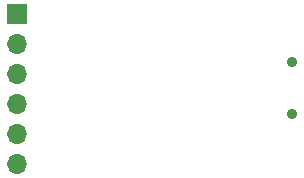
<source format=gbs>
%TF.GenerationSoftware,KiCad,Pcbnew,(6.0.5)*%
%TF.CreationDate,2024-01-21T09:52:01+01:00*%
%TF.ProjectId,pmod_usb_serial,706d6f64-5f75-4736-925f-73657269616c,rev?*%
%TF.SameCoordinates,Original*%
%TF.FileFunction,Soldermask,Bot*%
%TF.FilePolarity,Negative*%
%FSLAX46Y46*%
G04 Gerber Fmt 4.6, Leading zero omitted, Abs format (unit mm)*
G04 Created by KiCad (PCBNEW (6.0.5)) date 2024-01-21 09:52:01*
%MOMM*%
%LPD*%
G01*
G04 APERTURE LIST*
%ADD10C,0.900000*%
%ADD11R,1.700000X1.700000*%
%ADD12O,1.700000X1.700000*%
G04 APERTURE END LIST*
D10*
%TO.C,J1*%
X153661000Y-99736000D03*
X153661000Y-95336000D03*
%TD*%
D11*
%TO.C,PMOD1*%
X130428000Y-91244000D03*
D12*
X130428000Y-93784000D03*
X130428000Y-96324000D03*
X130428000Y-98864000D03*
X130428000Y-101404000D03*
X130428000Y-103944000D03*
%TD*%
M02*

</source>
